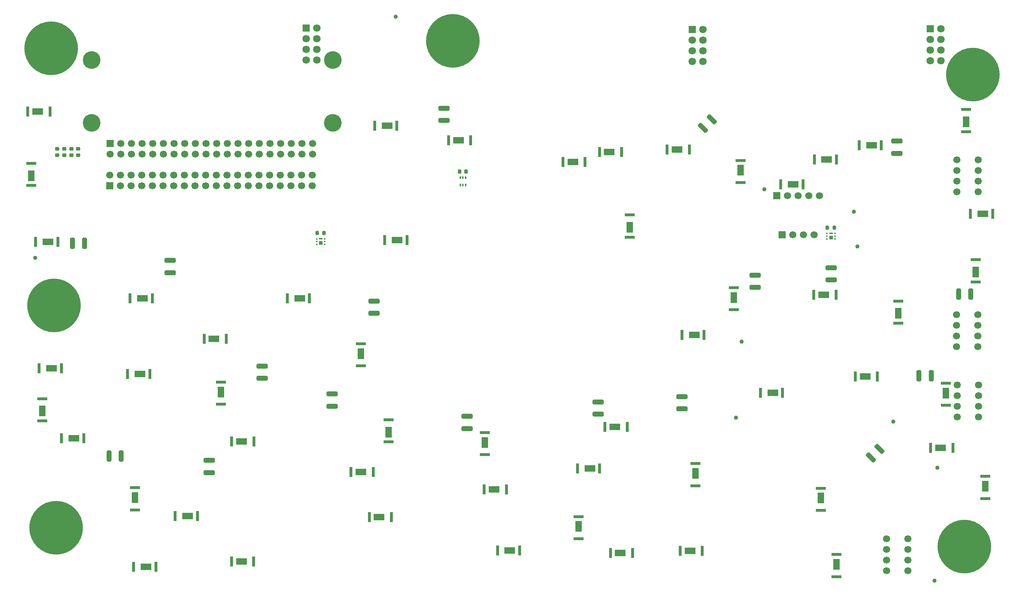
<source format=gbr>
%TF.GenerationSoftware,KiCad,Pcbnew,9.0.2*%
%TF.CreationDate,2025-12-28T14:46:49-05:00*%
%TF.ProjectId,Mothbox_5.0.4,4d6f7468-626f-4785-9f35-2e302e342e6b,5.0.4*%
%TF.SameCoordinates,Original*%
%TF.FileFunction,Soldermask,Top*%
%TF.FilePolarity,Negative*%
%FSLAX46Y46*%
G04 Gerber Fmt 4.6, Leading zero omitted, Abs format (unit mm)*
G04 Created by KiCad (PCBNEW 9.0.2) date 2025-12-28 14:46:49*
%MOMM*%
%LPD*%
G01*
G04 APERTURE LIST*
G04 Aperture macros list*
%AMRoundRect*
0 Rectangle with rounded corners*
0 $1 Rounding radius*
0 $2 $3 $4 $5 $6 $7 $8 $9 X,Y pos of 4 corners*
0 Add a 4 corners polygon primitive as box body*
4,1,4,$2,$3,$4,$5,$6,$7,$8,$9,$2,$3,0*
0 Add four circle primitives for the rounded corners*
1,1,$1+$1,$2,$3*
1,1,$1+$1,$4,$5*
1,1,$1+$1,$6,$7*
1,1,$1+$1,$8,$9*
0 Add four rect primitives between the rounded corners*
20,1,$1+$1,$2,$3,$4,$5,0*
20,1,$1+$1,$4,$5,$6,$7,0*
20,1,$1+$1,$6,$7,$8,$9,0*
20,1,$1+$1,$8,$9,$2,$3,0*%
G04 Aperture macros list end*
%ADD10RoundRect,0.250000X-1.075000X0.312500X-1.075000X-0.312500X1.075000X-0.312500X1.075000X0.312500X0*%
%ADD11R,0.800000X2.400000*%
%ADD12R,2.630000X1.520000*%
%ADD13RoundRect,0.225000X-0.225000X-0.250000X0.225000X-0.250000X0.225000X0.250000X-0.225000X0.250000X0*%
%ADD14RoundRect,0.225000X-0.250000X0.225000X-0.250000X-0.225000X0.250000X-0.225000X0.250000X0.225000X0*%
%ADD15RoundRect,0.075000X-0.075000X0.250000X-0.075000X-0.250000X0.075000X-0.250000X0.075000X0.250000X0*%
%ADD16R,2.400000X0.800000*%
%ADD17R,1.520000X2.630000*%
%ADD18C,1.000000*%
%ADD19RoundRect,0.250000X-0.539169X0.981111X-0.981111X0.539169X0.539169X-0.981111X0.981111X-0.539169X0*%
%ADD20R,0.450000X0.400000*%
%ADD21R,0.910000X0.400000*%
%ADD22R,0.910000X0.810000*%
%ADD23C,12.800000*%
%ADD24R,1.700000X1.700000*%
%ADD25C,1.700000*%
%ADD26R,1.800000X1.780000*%
%ADD27C,1.800000*%
%ADD28RoundRect,0.250000X-0.312500X-1.075000X0.312500X-1.075000X0.312500X1.075000X-0.312500X1.075000X0*%
%ADD29RoundRect,0.250000X0.312500X1.075000X-0.312500X1.075000X-0.312500X-1.075000X0.312500X-1.075000X0*%
%ADD30RoundRect,0.250000X1.075000X-0.312500X1.075000X0.312500X-1.075000X0.312500X-1.075000X-0.312500X0*%
%ADD31RoundRect,0.200000X0.200000X0.275000X-0.200000X0.275000X-0.200000X-0.275000X0.200000X-0.275000X0*%
%ADD32C,4.204000*%
G04 APERTURE END LIST*
D10*
%TO.C,R37*%
X121932128Y19928372D03*
X121932128Y17003372D03*
%TD*%
%TO.C,R15*%
X-13685185Y-3549651D03*
X-13685185Y-6474651D03*
%TD*%
D11*
%TO.C,LED13*%
X13164815Y53787849D03*
X18444815Y53787849D03*
D12*
X16104815Y53787849D03*
%TD*%
D10*
%TO.C,R17*%
X-26244678Y-26032629D03*
X-26244678Y-28957629D03*
%TD*%
D13*
%TO.C,C13*%
X33423881Y42861407D03*
X34973881Y42861407D03*
%TD*%
D14*
%TO.C,C1*%
X-57482338Y48254459D03*
X-57482338Y46704459D03*
%TD*%
D10*
%TO.C,R22*%
X137604984Y50119912D03*
X137604984Y47194912D03*
%TD*%
%TO.C,R13*%
X35162498Y-15520039D03*
X35162498Y-18445039D03*
%TD*%
D15*
%TO.C,U18*%
X34854930Y41394962D03*
X34204930Y41394962D03*
X33554930Y41394962D03*
X33554930Y39594962D03*
X34204930Y39594962D03*
X34854930Y39594962D03*
%TD*%
D16*
%TO.C,LED9*%
X73957305Y32466849D03*
X73957305Y27186849D03*
D17*
X73957305Y29526849D03*
%TD*%
D14*
%TO.C,C21*%
X-62514152Y48239483D03*
X-62514152Y46689483D03*
%TD*%
D11*
%TO.C,LED44*%
X12824288Y-28752541D03*
X7544288Y-28752541D03*
D12*
X9884288Y-28752541D03*
%TD*%
D16*
%TO.C,LED23*%
X-68720499Y44777468D03*
X-68720499Y39497468D03*
D17*
X-68720499Y41837468D03*
%TD*%
D11*
%TO.C,LED37*%
X73354815Y-18012151D03*
X68074815Y-18012151D03*
D12*
X70414815Y-18012151D03*
%TD*%
D18*
%TO.C,TP9*%
X-67749331Y22291322D03*
%TD*%
D11*
%TO.C,LED12*%
X109962528Y39797849D03*
X115242528Y39797849D03*
D12*
X112902528Y39797849D03*
%TD*%
D11*
%TO.C,LED35*%
X74654815Y-48062151D03*
X69374815Y-48062151D03*
D12*
X71714815Y-48062151D03*
%TD*%
D16*
%TO.C,LED40*%
X39414241Y-24668396D03*
X39414241Y-19388396D03*
D17*
X39414241Y-21728396D03*
%TD*%
D19*
%TO.C,R8*%
X133515012Y-23272435D03*
X131446724Y-25340723D03*
%TD*%
D16*
%TO.C,LED28*%
X149348989Y-12894689D03*
X149348989Y-7614689D03*
D17*
X149348989Y-9954689D03*
%TD*%
D20*
%TO.C,Q3*%
X1250882Y25456536D03*
X1250882Y26116535D03*
X1250882Y26766536D03*
X-649118Y26766536D03*
X-649118Y26116535D03*
X-649118Y25456536D03*
D21*
X300882Y26816537D03*
D22*
X300882Y25786537D03*
%TD*%
D23*
%TO.C,H3*%
X31810000Y73964329D03*
%TD*%
D16*
%TO.C,LED33*%
X123264815Y-53752151D03*
X123264815Y-48472151D03*
D17*
X123264815Y-50812151D03*
%TD*%
D11*
%TO.C,LED41*%
X44550556Y-32978424D03*
X39270556Y-32978424D03*
D12*
X41610556Y-32978424D03*
%TD*%
D11*
%TO.C,LED22*%
X-67640000Y26074329D03*
X-62360000Y26074329D03*
D12*
X-64700000Y26074329D03*
%TD*%
D11*
%TO.C,LED42*%
X42446264Y-47481387D03*
X47726264Y-47481387D03*
D12*
X45386264Y-47481387D03*
%TD*%
D10*
%TO.C,R23*%
X29701110Y57919480D03*
X29701110Y54994480D03*
%TD*%
D18*
%TO.C,TP4*%
X106088922Y38593494D03*
%TD*%
%TO.C,TP7*%
X100644448Y2305791D03*
%TD*%
D23*
%TO.C,H6*%
X-62785185Y-42062151D03*
%TD*%
D11*
%TO.C,LED21*%
X-45725536Y-5454480D03*
X-40445536Y-5454480D03*
D12*
X-42785536Y-5454480D03*
%TD*%
D24*
%TO.C,U5*%
X-50012001Y39448894D03*
D25*
X-50012001Y41988894D03*
X-47472001Y39448894D03*
X-47472001Y41988894D03*
X-44932002Y39448894D03*
X-44932001Y41988894D03*
X-42392001Y39448894D03*
X-42392001Y41988894D03*
X-39852001Y39448894D03*
X-39852001Y41988894D03*
X-37312001Y39448894D03*
X-37312001Y41988894D03*
X-34772001Y39448894D03*
X-34772001Y41988894D03*
X-32232000Y39448894D03*
X-32232001Y41988894D03*
X-29692001Y39448894D03*
X-29692001Y41988894D03*
X-27152001Y39448894D03*
X-27152001Y41988894D03*
X-24612001Y39448894D03*
X-24612001Y41988894D03*
X-22072002Y39448894D03*
X-22072001Y41988894D03*
X-19532001Y39448894D03*
X-19532001Y41988894D03*
X-16992001Y39448894D03*
X-16992001Y41988894D03*
X-14452001Y39448894D03*
X-14452001Y41988894D03*
X-11912002Y39448894D03*
X-11912001Y41988894D03*
X-9372000Y39448894D03*
X-9372001Y41988894D03*
X-6832001Y39448894D03*
X-6832001Y41988894D03*
X-4292001Y39448894D03*
X-4292001Y41988894D03*
X-1752001Y39448894D03*
X-1752001Y41988894D03*
%TD*%
D11*
%TO.C,LED38*%
X61524815Y-27912151D03*
X66804815Y-27912151D03*
D12*
X64464815Y-27912151D03*
%TD*%
D14*
%TO.C,C20*%
X-60837579Y48261651D03*
X-60837579Y46711651D03*
%TD*%
D26*
%TO.C,H10*%
X88827556Y76664779D03*
D27*
X91367556Y76664779D03*
X88827556Y74124779D03*
X91367556Y74124779D03*
X88827556Y71584779D03*
X91367556Y71584779D03*
X88827556Y69044779D03*
X91367556Y69044779D03*
%TD*%
D11*
%TO.C,LED20*%
X-22220522Y2937849D03*
X-27500522Y2937849D03*
D12*
X-25160522Y2937849D03*
%TD*%
D11*
%TO.C,LED16*%
X-61460000Y-20725671D03*
X-56180000Y-20725671D03*
D12*
X-58520000Y-20725671D03*
%TD*%
D28*
%TO.C,R16*%
X152362506Y13603935D03*
X155287506Y13603935D03*
%TD*%
D29*
%TO.C,R24*%
X-47247654Y-24967801D03*
X-50172654Y-24967801D03*
%TD*%
D16*
%TO.C,LED7*%
X98753974Y9874638D03*
X98753974Y15154638D03*
D17*
X98753974Y12814638D03*
%TD*%
D11*
%TO.C,LED52*%
X123143246Y13469896D03*
X117863246Y13469896D03*
D12*
X120203246Y13469896D03*
%TD*%
D11*
%TO.C,LED53*%
X133012853Y-5999252D03*
X127732853Y-5999252D03*
D12*
X130072853Y-5999252D03*
%TD*%
D20*
%TO.C,Q7*%
X122885904Y26753819D03*
X122885904Y27413818D03*
X122885904Y28063819D03*
X120985904Y28063819D03*
X120985904Y27413818D03*
X120985904Y26753819D03*
D21*
X121935904Y28113820D03*
D22*
X121935904Y27083820D03*
%TD*%
D11*
%TO.C,LED2*%
X-34378623Y-39273687D03*
X-29098623Y-39273687D03*
D12*
X-31438623Y-39273687D03*
%TD*%
D30*
%TO.C,R18*%
X13021754Y9045081D03*
X13021754Y11970081D03*
%TD*%
D16*
%TO.C,LED34*%
X89653568Y-32067606D03*
X89653568Y-26787606D03*
D17*
X89653568Y-29127606D03*
%TD*%
D18*
%TO.C,TP6*%
X128267838Y24986014D03*
%TD*%
D11*
%TO.C,LED15*%
X63329814Y45116682D03*
X58049814Y45116682D03*
D12*
X60389814Y45116682D03*
%TD*%
D11*
%TO.C,LED8*%
X86419596Y3861772D03*
X91699596Y3861772D03*
D12*
X89359596Y3861772D03*
%TD*%
D16*
%TO.C,LED25*%
X156434036Y21823489D03*
X156434036Y16543489D03*
D17*
X156434036Y18883489D03*
%TD*%
D31*
%TO.C,R9*%
X122731363Y29449739D03*
X121081363Y29449739D03*
%TD*%
D11*
%TO.C,LED18*%
X-66812031Y-4052383D03*
X-61532031Y-4052383D03*
D12*
X-63872031Y-4052383D03*
%TD*%
D11*
%TO.C,LED10*%
X128672760Y49092134D03*
X133952760Y49092134D03*
D12*
X131612760Y49092134D03*
%TD*%
D11*
%TO.C,LED36*%
X91269834Y-47551229D03*
X85989834Y-47551229D03*
D12*
X88329834Y-47551229D03*
%TD*%
D16*
%TO.C,LED1*%
X-43968473Y-37821826D03*
X-43968473Y-32541826D03*
D17*
X-43968473Y-34881826D03*
%TD*%
D11*
%TO.C,LED49*%
X72027500Y47514329D03*
X66747500Y47514329D03*
D12*
X69087500Y47514329D03*
%TD*%
D16*
%TO.C,LED30*%
X158680815Y-35107165D03*
X158680815Y-29827165D03*
D17*
X158680815Y-32167165D03*
%TD*%
D16*
%TO.C,LED46*%
X-23452121Y-12643335D03*
X-23452121Y-7363335D03*
D17*
X-23452121Y-9703335D03*
%TD*%
D23*
%TO.C,H7*%
X153714815Y-46562151D03*
%TD*%
D16*
%TO.C,LED39*%
X61735751Y-44702319D03*
X61735751Y-39422319D03*
D17*
X61735751Y-41762319D03*
%TD*%
D18*
%TO.C,TP3*%
X127364815Y33237849D03*
%TD*%
D16*
%TO.C,LED27*%
X154160114Y57628725D03*
X154160114Y52348725D03*
D17*
X154160114Y54688725D03*
%TD*%
D11*
%TO.C,LED50*%
X88150103Y48090952D03*
X82870103Y48090952D03*
D12*
X85210103Y48090952D03*
%TD*%
D19*
%TO.C,R28*%
X93484709Y55279973D03*
X91416421Y53211685D03*
%TD*%
D11*
%TO.C,LED31*%
X105124815Y-9912151D03*
X110404815Y-9912151D03*
D12*
X108064815Y-9912151D03*
%TD*%
D10*
%TO.C,R10*%
X86402034Y-10815518D03*
X86402034Y-13740518D03*
%TD*%
D16*
%TO.C,LED32*%
X119514815Y-37952151D03*
X119514815Y-32672151D03*
D17*
X119514815Y-35012151D03*
%TD*%
D23*
%TO.C,H4*%
X-63935185Y72187849D03*
%TD*%
D11*
%TO.C,LED48*%
X-15657713Y-50113872D03*
X-20937713Y-50113872D03*
D12*
X-18597713Y-50113872D03*
%TD*%
D18*
%TO.C,TP2*%
X147247758Y-27774716D03*
%TD*%
D16*
%TO.C,LED51*%
X100425197Y40220959D03*
X100425197Y45500959D03*
D17*
X100425197Y43160959D03*
%TD*%
D11*
%TO.C,LED6*%
X-7652359Y12630475D03*
X-2372359Y12630475D03*
D12*
X-4712359Y12630475D03*
%TD*%
D23*
%TO.C,H5*%
X-63300000Y10884329D03*
%TD*%
D10*
%TO.C,R14*%
X3039064Y-10205001D03*
X3039064Y-13130001D03*
%TD*%
D18*
%TO.C,TP8*%
X18208170Y79732148D03*
%TD*%
D11*
%TO.C,LED3*%
X-44275185Y-51412151D03*
X-38995185Y-51412151D03*
D12*
X-41335185Y-51412151D03*
%TD*%
D11*
%TO.C,LED4*%
X15583214Y26514862D03*
X20863214Y26514862D03*
D12*
X18523214Y26514862D03*
%TD*%
D16*
%TO.C,LED54*%
X137992829Y11973809D03*
X137992829Y6693809D03*
D17*
X137992829Y9033809D03*
%TD*%
D11*
%TO.C,LED47*%
X-15645185Y-21512151D03*
X-20925185Y-21512151D03*
D12*
X-18585185Y-21512151D03*
%TD*%
D29*
%TO.C,R26*%
X-55977500Y25774329D03*
X-58902500Y25774329D03*
%TD*%
D16*
%TO.C,LED45*%
X16449790Y-16356998D03*
X16449790Y-21636998D03*
D17*
X16449790Y-19296998D03*
%TD*%
D16*
%TO.C,LED5*%
X9845089Y-3502151D03*
X9845089Y1777849D03*
D17*
X9845089Y-562151D03*
%TD*%
D10*
%TO.C,R12*%
X66457030Y-12086852D03*
X66457030Y-15011852D03*
%TD*%
%TO.C,R25*%
X-35556060Y21652849D03*
X-35556060Y18727849D03*
%TD*%
D11*
%TO.C,LED14*%
X36062288Y50273830D03*
X30782288Y50273830D03*
D12*
X33122288Y50273830D03*
%TD*%
D16*
%TO.C,LED17*%
X-66035185Y-11322151D03*
X-66035185Y-16602151D03*
D17*
X-66035185Y-14262151D03*
%TD*%
D26*
%TO.C,H9*%
X-3153838Y77032342D03*
D27*
X-613838Y77032342D03*
X-3153838Y74492342D03*
X-613838Y74492342D03*
X-3153838Y71952342D03*
X-613838Y71952342D03*
X-3153838Y69412342D03*
X-613838Y69412342D03*
%TD*%
D26*
%TO.C,H8*%
X145620519Y76898184D03*
D27*
X148160519Y76898184D03*
X145620519Y74358184D03*
X148160519Y74358184D03*
X145620519Y71818184D03*
X148160519Y71818184D03*
X145620519Y69278184D03*
X148160519Y69278184D03*
%TD*%
D23*
%TO.C,H2*%
X155714815Y65937849D03*
%TD*%
D11*
%TO.C,LED11*%
X117969562Y45680128D03*
X123249562Y45680128D03*
D12*
X120909562Y45680128D03*
%TD*%
D18*
%TO.C,TP10*%
X146615789Y-54705402D03*
%TD*%
D28*
%TO.C,R7*%
X142907750Y-5814389D03*
X145832750Y-5814389D03*
%TD*%
D18*
%TO.C,TP5*%
X136756166Y-16792685D03*
%TD*%
D31*
%TO.C,R11*%
X1109568Y28221473D03*
X-540432Y28221473D03*
%TD*%
D11*
%TO.C,LED29*%
X150994815Y-23062151D03*
X145714815Y-23062151D03*
D12*
X148054815Y-23062151D03*
%TD*%
D11*
%TO.C,LED43*%
X17157522Y-39514134D03*
X11877522Y-39514134D03*
D12*
X14217522Y-39514134D03*
%TD*%
D11*
%TO.C,LED24*%
X-64241445Y57102811D03*
X-69521445Y57102811D03*
D12*
X-67181445Y57102811D03*
%TD*%
D10*
%TO.C,R20*%
X103850261Y18119227D03*
X103850261Y15194227D03*
%TD*%
D14*
%TO.C,C19*%
X-59169593Y48249467D03*
X-59169593Y46699467D03*
%TD*%
D11*
%TO.C,LED26*%
X155195902Y32762923D03*
X160475902Y32762923D03*
D12*
X158135902Y32762923D03*
%TD*%
D11*
%TO.C,LED19*%
X-45128725Y12615695D03*
X-39848725Y12615695D03*
D12*
X-42188725Y12615695D03*
%TD*%
D25*
%TO.C,J4*%
X157061743Y45616086D03*
X151981743Y45616086D03*
X157061743Y43076086D03*
X151981743Y43076086D03*
X157061743Y40536086D03*
X151981743Y40536086D03*
X157061743Y37996086D03*
X151981743Y37996086D03*
%TD*%
D24*
%TO.C,U7*%
X-49915185Y49490349D03*
D25*
X-49915185Y46950349D03*
X-47375185Y49490349D03*
X-47375185Y46950349D03*
X-44835185Y49490349D03*
X-44835185Y46950349D03*
X-42295185Y49490349D03*
X-42295185Y46950349D03*
X-39755185Y49490349D03*
X-39755185Y46950349D03*
X-37215185Y49490349D03*
X-37215185Y46950349D03*
X-34675185Y49490349D03*
X-34675185Y46950349D03*
X-32135185Y49490349D03*
X-32135185Y46950349D03*
X-29595185Y49490349D03*
X-29595185Y46950349D03*
X-27055185Y49490349D03*
X-27055185Y46950349D03*
X-24515185Y49490349D03*
X-24515185Y46950349D03*
X-21975185Y49490349D03*
X-21975185Y46950349D03*
X-19435185Y49490349D03*
X-19435185Y46950349D03*
X-16895185Y49490349D03*
X-16895185Y46950349D03*
X-14355185Y49490349D03*
X-14355185Y46950349D03*
X-11815185Y49490349D03*
X-11815185Y46950349D03*
X-9275185Y49490349D03*
X-9275185Y46950349D03*
X-6735185Y49490349D03*
X-6735185Y46950349D03*
X-4195185Y49490349D03*
X-4195185Y46950349D03*
X-1655185Y49490349D03*
X-1655185Y46950349D03*
%TD*%
%TO.C,J3*%
X157079878Y-8069029D03*
X151999878Y-8069029D03*
X157079878Y-10609029D03*
X151999878Y-10609029D03*
X157079878Y-13149029D03*
X151999878Y-13149029D03*
X157079878Y-15689029D03*
X151999878Y-15689029D03*
%TD*%
D24*
%TO.C,U8*%
X109003998Y37067769D03*
D25*
X111543998Y37067769D03*
X114083998Y37067769D03*
X116623998Y37067769D03*
X119163998Y37067769D03*
%TD*%
%TO.C,J2*%
X140302098Y-44704396D03*
X135222098Y-44704396D03*
X140302098Y-47244396D03*
X135222098Y-47244396D03*
X140302098Y-49784396D03*
X135222098Y-49784396D03*
X140302098Y-52324396D03*
X135222098Y-52324396D03*
%TD*%
D32*
%TO.C,U6*%
X-54285185Y54437849D03*
X3214815Y54437849D03*
X-54285185Y69437849D03*
X3214815Y69437849D03*
%TD*%
D25*
%TO.C,J1*%
X156914327Y8694689D03*
X151834327Y8694689D03*
X156914327Y6154689D03*
X151834327Y6154689D03*
X156914327Y3614689D03*
X151834327Y3614689D03*
X156914327Y1074689D03*
X151834327Y1074689D03*
%TD*%
D24*
%TO.C,H1*%
X110274815Y27787849D03*
D25*
X112814815Y27787849D03*
X115354814Y27787849D03*
X117894815Y27787849D03*
%TD*%
D18*
%TO.C,TP1*%
X99243003Y-15812151D03*
%TD*%
M02*

</source>
